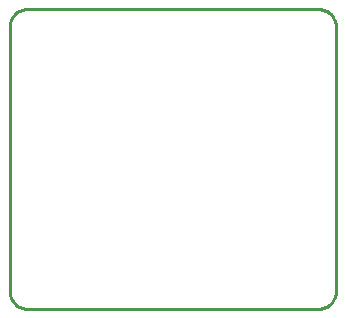
<source format=gbr>
G04 EAGLE Gerber RS-274X export*
G75*
%MOMM*%
%FSLAX34Y34*%
%LPD*%
%IN*%
%IPPOS*%
%AMOC8*
5,1,8,0,0,1.08239X$1,22.5*%
G01*
%ADD10C,0.254000*%


D10*
X0Y15240D02*
X58Y13912D01*
X232Y12594D01*
X519Y11296D01*
X919Y10028D01*
X1428Y8799D01*
X2042Y7620D01*
X2756Y6499D01*
X3565Y5444D01*
X4464Y4464D01*
X5444Y3566D01*
X6499Y2756D01*
X7620Y2042D01*
X8799Y1428D01*
X10028Y919D01*
X11296Y519D01*
X12594Y232D01*
X13912Y58D01*
X15240Y0D01*
X260860Y0D01*
X262188Y58D01*
X263506Y232D01*
X264804Y519D01*
X266072Y919D01*
X267301Y1428D01*
X268480Y2042D01*
X269601Y2756D01*
X270656Y3565D01*
X271636Y4464D01*
X272535Y5444D01*
X273344Y6499D01*
X274058Y7620D01*
X274672Y8799D01*
X275181Y10028D01*
X275581Y11296D01*
X275868Y12594D01*
X276042Y13912D01*
X276100Y15240D01*
X276100Y238660D01*
X276042Y239988D01*
X275868Y241306D01*
X275581Y242604D01*
X275181Y243872D01*
X274672Y245101D01*
X274058Y246280D01*
X273344Y247401D01*
X272535Y248456D01*
X271636Y249436D01*
X270656Y250335D01*
X269601Y251144D01*
X268480Y251858D01*
X267301Y252472D01*
X266072Y252981D01*
X264804Y253381D01*
X263506Y253668D01*
X262188Y253842D01*
X260860Y253900D01*
X15240Y253900D01*
X13912Y253842D01*
X12594Y253668D01*
X11296Y253381D01*
X10028Y252981D01*
X8799Y252472D01*
X7620Y251858D01*
X6499Y251144D01*
X5444Y250335D01*
X4464Y249436D01*
X3565Y248456D01*
X2756Y247401D01*
X2042Y246280D01*
X1428Y245101D01*
X919Y243872D01*
X519Y242604D01*
X232Y241306D01*
X58Y239988D01*
X0Y238660D01*
X0Y15240D01*
M02*

</source>
